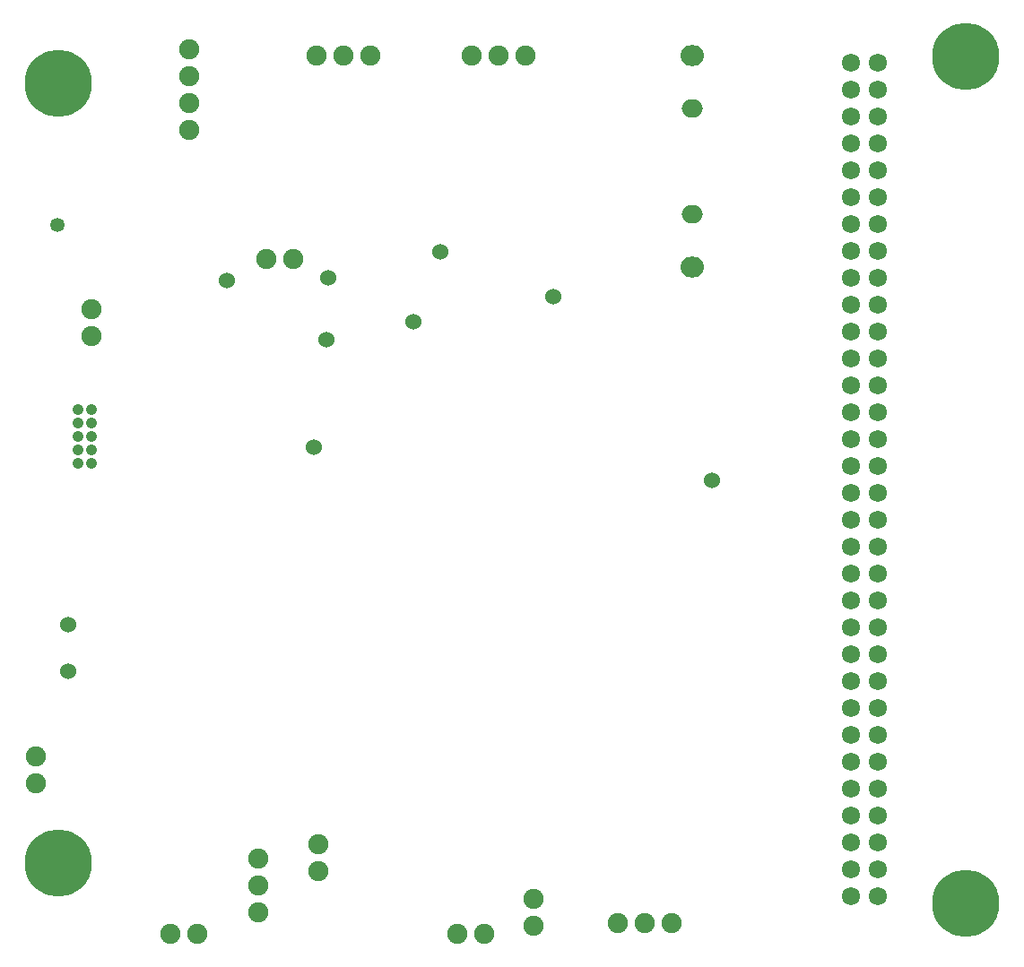
<source format=gbr>
G04 #@! TF.FileFunction,Soldermask,Bot*
%FSLAX46Y46*%
G04 Gerber Fmt 4.6, Leading zero omitted, Abs format (unit mm)*
G04 Created by KiCad (PCBNEW 4.0.4-stable) date Friday, January 26, 2018 'AMt' 12:54:04 AM*
%MOMM*%
%LPD*%
G01*
G04 APERTURE LIST*
%ADD10C,0.100000*%
%ADD11C,1.900000*%
%ADD12C,6.350000*%
%ADD13C,1.720000*%
%ADD14C,1.524000*%
%ADD15C,1.350000*%
%ADD16C,1.050000*%
%ADD17O,2.200000X1.950000*%
%ADD18O,2.000000X1.700000*%
G04 APERTURE END LIST*
D10*
D11*
X124000000Y-106000000D03*
X124000000Y-103460000D03*
X124000000Y-100920000D03*
D12*
X190810000Y-105090000D03*
D13*
X179980000Y-25710000D03*
X179980000Y-28250000D03*
X179980000Y-30790000D03*
X179980000Y-33330000D03*
X179980000Y-35870000D03*
X179980000Y-38410000D03*
X179980000Y-40950000D03*
X179980000Y-43490000D03*
X179980000Y-46030000D03*
X179980000Y-48570000D03*
X179980000Y-51110000D03*
X179980000Y-53650000D03*
X179980000Y-56190000D03*
X179980000Y-58730000D03*
X179980000Y-61270000D03*
X179980000Y-63810000D03*
X179980000Y-66350000D03*
X179980000Y-68890000D03*
X179980000Y-71430000D03*
X179980000Y-73970000D03*
X179980000Y-76510000D03*
X179980000Y-79050000D03*
X179980000Y-81590000D03*
X179980000Y-84130000D03*
X179980000Y-86670000D03*
X179980000Y-89210000D03*
X179980000Y-91750000D03*
X179980000Y-94290000D03*
X179980000Y-96830000D03*
X179980000Y-99370000D03*
X179980000Y-101910000D03*
X179980000Y-104450000D03*
X182520000Y-25710000D03*
X182520000Y-28250000D03*
X182520000Y-30790000D03*
X182520000Y-33330000D03*
X182520000Y-35870000D03*
X182520000Y-38410000D03*
X182520000Y-40950000D03*
X182520000Y-43490000D03*
X182520000Y-46030000D03*
X182520000Y-48570000D03*
X182520000Y-51110000D03*
X182520000Y-53650000D03*
X182520000Y-56190000D03*
X182520000Y-58730000D03*
X182520000Y-61270000D03*
X182520000Y-63810000D03*
X182520000Y-66350000D03*
X182520000Y-68890000D03*
X182520000Y-71430000D03*
X182520000Y-73970000D03*
X182520000Y-76510000D03*
X182520000Y-79050000D03*
X182520000Y-81590000D03*
X182520000Y-84130000D03*
X182520000Y-86670000D03*
X182520000Y-89210000D03*
X182520000Y-91750000D03*
X182520000Y-94290000D03*
X182520000Y-96830000D03*
X182520000Y-99370000D03*
X182520000Y-101910000D03*
X182520000Y-104450000D03*
D11*
X129630000Y-102120000D03*
X129630000Y-99580000D03*
X163000000Y-107000000D03*
X160460000Y-107000000D03*
X157920000Y-107000000D03*
X142760000Y-108010000D03*
X145300000Y-108010000D03*
X118270000Y-108000000D03*
X115730000Y-108000000D03*
D14*
X106000000Y-83200000D03*
X106000000Y-78800000D03*
D11*
X117500000Y-29520000D03*
X117500000Y-26980000D03*
X117500000Y-24440000D03*
X117500000Y-32060000D03*
X129460000Y-25000000D03*
X132000000Y-25000000D03*
X134540000Y-25000000D03*
X144120000Y-25000000D03*
X146660000Y-25000000D03*
X149200000Y-25000000D03*
X103000000Y-91230000D03*
X103000000Y-93770000D03*
X108250000Y-51520000D03*
X108250000Y-48980000D03*
D14*
X151825000Y-47800000D03*
X166800000Y-65200000D03*
X141200000Y-43600000D03*
X138600000Y-50200000D03*
X130600000Y-46000000D03*
X129250000Y-62020000D03*
X130410000Y-51900000D03*
X121000000Y-46250000D03*
D11*
X127270000Y-44250000D03*
X124730000Y-44250000D03*
D12*
X105080000Y-27620000D03*
X105080000Y-101280000D03*
X190810000Y-25080000D03*
D15*
X105000000Y-41000000D03*
D11*
X150000000Y-107270000D03*
X150000000Y-104730000D03*
D16*
X108270000Y-63540000D03*
X108270000Y-62270000D03*
X108270000Y-61000000D03*
X108270000Y-59730000D03*
X108270000Y-58460000D03*
X107000000Y-63540000D03*
X107000000Y-62270000D03*
X107000000Y-61000000D03*
X107000000Y-59730000D03*
X107000000Y-58460000D03*
D17*
X165000000Y-45000000D03*
X165000000Y-25000000D03*
D18*
X165000000Y-40000000D03*
X165000000Y-30000000D03*
M02*

</source>
